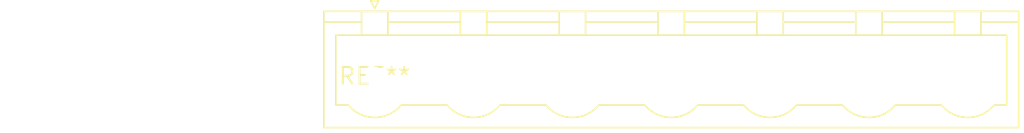
<source format=kicad_pcb>
(kicad_pcb (version 20240108) (generator pcbnew)
  (layers (0 "F.Cu" signal) (31 "B.Cu" signal) (34 "B.Paste" user) (35 "F.Paste" user) (36 "B.SilkS" user "B.Silkscreen") (37 "F.SilkS" user "F.Silkscreen") (38 "B.Mask" user) (39 "F.Mask" user) (44 "Edge.Cuts" user))
  (net 0 "")
  (footprint "PhoenixContact_GMSTBVA_2,5_7-G_1x07_P7.50mm_Vertical" (layer "F.Cu") (at 0 0)
    (property "Reference" "REF**")
    (property "Value" "PhoenixContact_GMSTBVA_2,5_7-G_1x07_P7.50mm_Vertical")
    (fp_line (start -3.86 -4.91) (end -3.86 3.91) (layer "F.SilkS") (stroke (width 0.12)))
    (fp_line (start -3.86 -4.1) (end -1.11 -4.1) (layer "F.SilkS") (stroke (width 0.12)))
    (fp_line (start -3.86 3.91) (end 48.86 3.91) (layer "F.SilkS") (stroke (width 0.12)))
    (fp_line (start -2.95 -3.1) (end 47.95 -3.1) (layer "F.SilkS") (stroke (width 0.12)))
    (fp_line (start -2.95 2.2) (end -2.95 -3.1) (layer "F.SilkS") (stroke (width 0.12)))
    (fp_line (start -2 2.2) (end -2.95 2.2) (layer "F.SilkS") (stroke (width 0.12)))
    (fp_line (start -1 -4.91) (end 1 -4.91) (layer "F.SilkS") (stroke (width 0.12)))
    (fp_line (start -1 -3.1) (end -1 -4.91) (layer "F.SilkS") (stroke (width 0.12)))
    (fp_line (start -0.3 -5.71) (end 0.3 -5.71) (layer "F.SilkS") (stroke (width 0.12)))
    (fp_line (start 0 -5.11) (end -0.3 -5.71) (layer "F.SilkS") (stroke (width 0.12)))
    (fp_line (start 0.3 -5.71) (end 0 -5.11) (layer "F.SilkS") (stroke (width 0.12)))
    (fp_line (start 1 -4.91) (end 1 -3.1) (layer "F.SilkS") (stroke (width 0.12)))
    (fp_line (start 1 -4.1) (end 6.5 -4.1) (layer "F.SilkS") (stroke (width 0.12)))
    (fp_line (start 1 -3.1) (end -1 -3.1) (layer "F.SilkS") (stroke (width 0.12)))
    (fp_line (start 2 2.2) (end 5.5 2.2) (layer "F.SilkS") (stroke (width 0.12)))
    (fp_line (start 6.5 -4.91) (end 8.5 -4.91) (layer "F.SilkS") (stroke (width 0.12)))
    (fp_line (start 6.5 -3.1) (end 6.5 -4.91) (layer "F.SilkS") (stroke (width 0.12)))
    (fp_line (start 8.5 -4.91) (end 8.5 -3.1) (layer "F.SilkS") (stroke (width 0.12)))
    (fp_line (start 8.5 -4.1) (end 14 -4.1) (layer "F.SilkS") (stroke (width 0.12)))
    (fp_line (start 8.5 -3.1) (end 6.5 -3.1) (layer "F.SilkS") (stroke (width 0.12)))
    (fp_line (start 9.5 2.2) (end 13 2.2) (layer "F.SilkS") (stroke (width 0.12)))
    (fp_line (start 14 -4.91) (end 16 -4.91) (layer "F.SilkS") (stroke (width 0.12)))
    (fp_line (start 14 -3.1) (end 14 -4.91) (layer "F.SilkS") (stroke (width 0.12)))
    (fp_line (start 16 -4.91) (end 16 -3.1) (layer "F.SilkS") (stroke (width 0.12)))
    (fp_line (start 16 -4.1) (end 21.5 -4.1) (layer "F.SilkS") (stroke (width 0.12)))
    (fp_line (start 16 -3.1) (end 14 -3.1) (layer "F.SilkS") (stroke (width 0.12)))
    (fp_line (start 17 2.2) (end 20.5 2.2) (layer "F.SilkS") (stroke (width 0.12)))
    (fp_line (start 21.5 -4.91) (end 23.5 -4.91) (layer "F.SilkS") (stroke (width 0.12)))
    (fp_line (start 21.5 -3.1) (end 21.5 -4.91) (layer "F.SilkS") (stroke (width 0.12)))
    (fp_line (start 23.5 -4.91) (end 23.5 -3.1) (layer "F.SilkS") (stroke (width 0.12)))
    (fp_line (start 23.5 -4.1) (end 29 -4.1) (layer "F.SilkS") (stroke (width 0.12)))
    (fp_line (start 23.5 -3.1) (end 21.5 -3.1) (layer "F.SilkS") (stroke (width 0.12)))
    (fp_line (start 24.5 2.2) (end 28 2.2) (layer "F.SilkS") (stroke (width 0.12)))
    (fp_line (start 29 -4.91) (end 31 -4.91) (layer "F.SilkS") (stroke (width 0.12)))
    (fp_line (start 29 -3.1) (end 29 -4.91) (layer "F.SilkS") (stroke (width 0.12)))
    (fp_line (start 31 -4.91) (end 31 -3.1) (layer "F.SilkS") (stroke (width 0.12)))
    (fp_line (start 31 -4.1) (end 36.5 -4.1) (layer "F.SilkS") (stroke (width 0.12)))
    (fp_line (start 31 -3.1) (end 29 -3.1) (layer "F.SilkS") (stroke (width 0.12)))
    (fp_line (start 32 2.2) (end 35.5 2.2) (layer "F.SilkS") (stroke (width 0.12)))
    (fp_line (start 36.5 -4.91) (end 38.5 -4.91) (layer "F.SilkS") (stroke (width 0.12)))
    (fp_line (start 36.5 -3.1) (end 36.5 -4.91) (layer "F.SilkS") (stroke (width 0.12)))
    (fp_line (start 38.5 -4.91) (end 38.5 -3.1) (layer "F.SilkS") (stroke (width 0.12)))
    (fp_line (start 38.5 -4.1) (end 44 -4.1) (layer "F.SilkS") (stroke (width 0.12)))
    (fp_line (start 38.5 -3.1) (end 36.5 -3.1) (layer "F.SilkS") (stroke (width 0.12)))
    (fp_line (start 39.5 2.2) (end 43 2.2) (layer "F.SilkS") (stroke (width 0.12)))
    (fp_line (start 44 -4.91) (end 46 -4.91) (layer "F.SilkS") (stroke (width 0.12)))
    (fp_line (start 44 -3.1) (end 44 -4.91) (layer "F.SilkS") (stroke (width 0.12)))
    (fp_line (start 46 -4.91) (end 46 -3.1) (layer "F.SilkS") (stroke (width 0.12)))
    (fp_line (start 46 -3.1) (end 44 -3.1) (layer "F.SilkS") (stroke (width 0.12)))
    (fp_line (start 47.95 -3.1) (end 47.95 2.2) (layer "F.SilkS") (stroke (width 0.12)))
    (fp_line (start 47.95 2.2) (end 47 2.2) (layer "F.SilkS") (stroke (width 0.12)))
    (fp_line (start 48.86 -4.91) (end -3.86 -4.91) (layer "F.SilkS") (stroke (width 0.12)))
    (fp_line (start 48.86 -4.1) (end 46.11 -4.1) (layer "F.SilkS") (stroke (width 0.12)))
    (fp_line (start 48.86 3.91) (end 48.86 -4.91) (layer "F.SilkS") (stroke (width 0.12)))
    (fp_arc (start 1.986842 2.215821) (mid -0.010289 3.142758) (end -2 2.2) (layer "F.SilkS") (stroke (width 0.12)))
    (fp_arc (start 9.486842 2.215821) (mid 7.489711 3.142758) (end 5.5 2.2) (layer "F.SilkS") (stroke (width 0.12)))
    (fp_arc (start 16.986842 2.215821) (mid 14.989711 3.142758) (end 13 2.2) (layer "F.SilkS") (stroke (width 0.12)))
    (fp_arc (start 24.486842 2.215821) (mid 22.489711 3.142758) (end 20.5 2.2) (layer "F.SilkS") (stroke (width 0.12)))
    (fp_arc (start 31.986842 2.215821) (mid 29.989711 3.142758) (end 28 2.2) (layer "F.SilkS") (stroke (width 0.12)))
    (fp_arc (start 39.486842 2.215821) (mid 37.489711 3.142758) (end 35.5 2.2) (layer "F.SilkS") (stroke (width 0.12)))
    (fp_arc (start 46.986842 2.215821) (mid 44.989711 3.142758) (end 43 2.2) (layer "F.SilkS") (stroke (width 0.12)))
    (pad "1" thru_hole roundrect (at 0 0) (size 2 3.6) (drill 1.4) (layers *.Cu *.Mask) (remove_unused_layers) (roundrect_rratio 0.125))
    (pad "2" thru_hole oval (at 7.5 0) (size 2 3.6) (drill 1.4) (layers *.Cu *.Mask) (remove_unused_layers))
    (pad "3" thru_hole oval (at 15 0) (size 2 3.6) (drill 1.4) (layers *.Cu *.Mask) (remove_unused_layers))
    (pad "4" thru_hole oval (at 22.5 0) (size 2 3.6) (drill 1.4) (layers *.Cu *.Mask) (remove_unused_layers))
    (pad "5" thru_hole oval (at 30 0) (size 2 3.6) (drill 1.4) (layers *.Cu *.Mask) (remove_unused_layers))
    (pad "6" thru_hole oval (at 37.5 0) (size 2 3.6) (drill 1.4) (layers *.Cu *.Mask) (remove_unused_layers))
    (pad "7" thru_hole oval (at 45 0) (size 2 3.6) (drill 1.4) (layers *.Cu *.Mask) (remove_unused_layers))
  )
)
</source>
